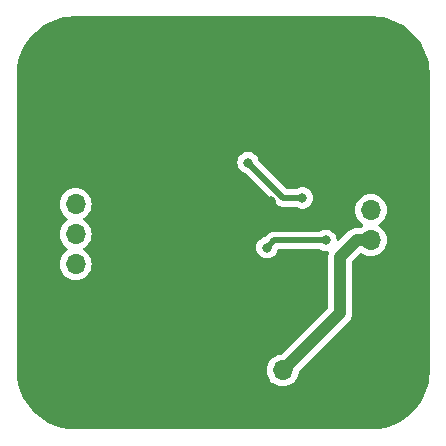
<source format=gbr>
%TF.GenerationSoftware,KiCad,Pcbnew,8.0.1*%
%TF.CreationDate,2024-11-19T12:42:29-08:00*%
%TF.ProjectId,DuplexUARTtoHalf,4475706c-6578-4554-9152-54746f48616c,rev?*%
%TF.SameCoordinates,Original*%
%TF.FileFunction,Copper,L2,Bot*%
%TF.FilePolarity,Positive*%
%FSLAX46Y46*%
G04 Gerber Fmt 4.6, Leading zero omitted, Abs format (unit mm)*
G04 Created by KiCad (PCBNEW 8.0.1) date 2024-11-19 12:42:29*
%MOMM*%
%LPD*%
G01*
G04 APERTURE LIST*
%TA.AperFunction,ComponentPad*%
%ADD10R,1.700000X1.700000*%
%TD*%
%TA.AperFunction,ComponentPad*%
%ADD11O,1.700000X1.700000*%
%TD*%
%TA.AperFunction,ComponentPad*%
%ADD12C,5.600000*%
%TD*%
%TA.AperFunction,ViaPad*%
%ADD13C,0.800000*%
%TD*%
%TA.AperFunction,Conductor*%
%ADD14C,0.500000*%
%TD*%
%TA.AperFunction,Conductor*%
%ADD15C,0.800000*%
%TD*%
%TA.AperFunction,Conductor*%
%ADD16C,1.000000*%
%TD*%
G04 APERTURE END LIST*
D10*
%TO.P,J7,1,Pin_1*%
%TO.N,GND*%
X170000000Y-91500000D03*
D11*
%TO.P,J7,2,Pin_2*%
%TO.N,/V_{SERVO}*%
X170000000Y-88960000D03*
%TO.P,J7,3,Pin_3*%
%TO.N,Net-(J7-Pin_3)*%
X170000000Y-86420000D03*
%TD*%
D10*
%TO.P,J6,1,Pin_1*%
%TO.N,GND*%
X160000000Y-100000000D03*
D11*
%TO.P,J6,2,Pin_2*%
%TO.N,/V_{SERVO}*%
X162540000Y-100000000D03*
%TD*%
D10*
%TO.P,J5,1,Pin_1*%
%TO.N,GND*%
X145000000Y-83380000D03*
D11*
%TO.P,J5,2,Pin_2*%
%TO.N,Net-(J5-Pin_2)*%
X145000000Y-85920000D03*
%TO.P,J5,3,Pin_3*%
%TO.N,Net-(J5-Pin_3)*%
X145000000Y-88460000D03*
%TO.P,J5,4,Pin_4*%
%TO.N,Net-(J5-Pin_4)*%
X145000000Y-91000000D03*
%TD*%
D12*
%TO.P,J4,1,Pin_1*%
%TO.N,GND*%
X170000000Y-75000000D03*
%TD*%
%TO.P,J3,1,Pin_1*%
%TO.N,GND*%
X170000000Y-100000000D03*
%TD*%
%TO.P,J2,1,Pin_1*%
%TO.N,GND*%
X145000000Y-100000000D03*
%TD*%
%TO.P,J1,1,Pin_1*%
%TO.N,GND*%
X145000000Y-75000000D03*
%TD*%
D13*
%TO.N,GND*%
X166800000Y-81200000D03*
X151600000Y-83200000D03*
X155000000Y-83600000D03*
X150800000Y-88600000D03*
%TO.N,+3.3V*%
X161200000Y-89600000D03*
X166200000Y-89000000D03*
%TO.N,/TX_{EN}*%
X164200000Y-85400000D03*
X159600000Y-82400000D03*
%TO.N,GND*%
X156600000Y-87900000D03*
X161575000Y-85625000D03*
X163800000Y-76400000D03*
X161600000Y-78000000D03*
%TD*%
D14*
%TO.N,+3.3V*%
X161800000Y-89000000D02*
X161200000Y-89600000D01*
X166200000Y-89000000D02*
X161800000Y-89000000D01*
%TO.N,/TX_{EN}*%
X162600000Y-85400000D02*
X159600000Y-82400000D01*
X164200000Y-85400000D02*
X162600000Y-85400000D01*
D15*
%TO.N,GND*%
X158200000Y-81400000D02*
X161600000Y-78000000D01*
X158200000Y-83600000D02*
X158200000Y-81400000D01*
X160225000Y-85625000D02*
X158200000Y-83600000D01*
X161575000Y-85625000D02*
X160225000Y-85625000D01*
X159300000Y-87900000D02*
X161575000Y-85625000D01*
X156600000Y-87900000D02*
X159300000Y-87900000D01*
X162200000Y-78000000D02*
X163800000Y-76400000D01*
X161600000Y-78000000D02*
X162200000Y-78000000D01*
D16*
%TO.N,/V_{SERVO}*%
X167400000Y-90357919D02*
X168797919Y-88960000D01*
X168797919Y-88960000D02*
X170000000Y-88960000D01*
X167400000Y-95140000D02*
X167400000Y-90357919D01*
X162540000Y-100000000D02*
X167400000Y-95140000D01*
%TD*%
%TA.AperFunction,Conductor*%
%TO.N,GND*%
G36*
X170000641Y-70000006D02*
G01*
X170213481Y-70002328D01*
X170222915Y-70002792D01*
X170647552Y-70039943D01*
X170658270Y-70041354D01*
X171077393Y-70115256D01*
X171087921Y-70117590D01*
X171499033Y-70227747D01*
X171509322Y-70230992D01*
X171909255Y-70376555D01*
X171919221Y-70380683D01*
X172304942Y-70560547D01*
X172314528Y-70565538D01*
X172683088Y-70778326D01*
X172692207Y-70784135D01*
X173040820Y-71028237D01*
X173049402Y-71034822D01*
X173375420Y-71308383D01*
X173383395Y-71315692D01*
X173684307Y-71616604D01*
X173691616Y-71624579D01*
X173965177Y-71950597D01*
X173971762Y-71959179D01*
X174215864Y-72307792D01*
X174221676Y-72316916D01*
X174434459Y-72685467D01*
X174439454Y-72695062D01*
X174619310Y-73080764D01*
X174623450Y-73090759D01*
X174769003Y-73490664D01*
X174772256Y-73500980D01*
X174882405Y-73912061D01*
X174884746Y-73922623D01*
X174958644Y-74341725D01*
X174960056Y-74352450D01*
X174997206Y-74777073D01*
X174997671Y-74786527D01*
X174999993Y-74999357D01*
X175000000Y-75000710D01*
X175000000Y-99999289D01*
X174999993Y-100000642D01*
X174997671Y-100213472D01*
X174997206Y-100222926D01*
X174960056Y-100647549D01*
X174958644Y-100658274D01*
X174884746Y-101077376D01*
X174882405Y-101087938D01*
X174772256Y-101499019D01*
X174769003Y-101509335D01*
X174623450Y-101909240D01*
X174619310Y-101919235D01*
X174439454Y-102304937D01*
X174434459Y-102314532D01*
X174221676Y-102683083D01*
X174215864Y-102692207D01*
X173971762Y-103040820D01*
X173965177Y-103049402D01*
X173691616Y-103375420D01*
X173684307Y-103383395D01*
X173383395Y-103684307D01*
X173375420Y-103691616D01*
X173049402Y-103965177D01*
X173040820Y-103971762D01*
X172692207Y-104215864D01*
X172683083Y-104221676D01*
X172314532Y-104434459D01*
X172304937Y-104439454D01*
X171919235Y-104619310D01*
X171909240Y-104623450D01*
X171509335Y-104769003D01*
X171499019Y-104772256D01*
X171087938Y-104882405D01*
X171077376Y-104884746D01*
X170658274Y-104958644D01*
X170647549Y-104960056D01*
X170222926Y-104997206D01*
X170213472Y-104997671D01*
X170005455Y-104999940D01*
X170000640Y-104999993D01*
X169999290Y-105000000D01*
X145000710Y-105000000D01*
X144999359Y-104999993D01*
X144994454Y-104999939D01*
X144786527Y-104997671D01*
X144777073Y-104997206D01*
X144352450Y-104960056D01*
X144341725Y-104958644D01*
X143922623Y-104884746D01*
X143912061Y-104882405D01*
X143500980Y-104772256D01*
X143490664Y-104769003D01*
X143090759Y-104623450D01*
X143080764Y-104619310D01*
X142695062Y-104439454D01*
X142685467Y-104434459D01*
X142316916Y-104221676D01*
X142307792Y-104215864D01*
X141959179Y-103971762D01*
X141950597Y-103965177D01*
X141624579Y-103691616D01*
X141616604Y-103684307D01*
X141315692Y-103383395D01*
X141308383Y-103375420D01*
X141034822Y-103049402D01*
X141028237Y-103040820D01*
X140784135Y-102692207D01*
X140778323Y-102683083D01*
X140565540Y-102314532D01*
X140560545Y-102304937D01*
X140380683Y-101919221D01*
X140376555Y-101909255D01*
X140230992Y-101509322D01*
X140227747Y-101499033D01*
X140117590Y-101087921D01*
X140115256Y-101077393D01*
X140041354Y-100658270D01*
X140039943Y-100647549D01*
X140023854Y-100463655D01*
X140002792Y-100222915D01*
X140002328Y-100213471D01*
X140000007Y-100000641D01*
X140000000Y-99999289D01*
X140000000Y-91000000D01*
X143644341Y-91000000D01*
X143664936Y-91235403D01*
X143664938Y-91235413D01*
X143726094Y-91463655D01*
X143726096Y-91463659D01*
X143726097Y-91463663D01*
X143825965Y-91677830D01*
X143825967Y-91677834D01*
X143934281Y-91832521D01*
X143961505Y-91871401D01*
X144128599Y-92038495D01*
X144225384Y-92106265D01*
X144322165Y-92174032D01*
X144322167Y-92174033D01*
X144322170Y-92174035D01*
X144536337Y-92273903D01*
X144764592Y-92335063D01*
X144952918Y-92351539D01*
X144999999Y-92355659D01*
X145000000Y-92355659D01*
X145000001Y-92355659D01*
X145039234Y-92352226D01*
X145235408Y-92335063D01*
X145463663Y-92273903D01*
X145677830Y-92174035D01*
X145871401Y-92038495D01*
X146038495Y-91871401D01*
X146174035Y-91677830D01*
X146273903Y-91463663D01*
X146335063Y-91235408D01*
X146355659Y-91000000D01*
X146335063Y-90764592D01*
X146273903Y-90536337D01*
X146174035Y-90322171D01*
X146169476Y-90315659D01*
X146038494Y-90128597D01*
X145871402Y-89961506D01*
X145871396Y-89961501D01*
X145685842Y-89831575D01*
X145642217Y-89776998D01*
X145635023Y-89707500D01*
X145666546Y-89645145D01*
X145685842Y-89628425D01*
X145726437Y-89600000D01*
X160294540Y-89600000D01*
X160314326Y-89788256D01*
X160314327Y-89788259D01*
X160372818Y-89968277D01*
X160372821Y-89968284D01*
X160467467Y-90132216D01*
X160581961Y-90259374D01*
X160594129Y-90272888D01*
X160747265Y-90384148D01*
X160747270Y-90384151D01*
X160920192Y-90461142D01*
X160920197Y-90461144D01*
X161105354Y-90500500D01*
X161105355Y-90500500D01*
X161294644Y-90500500D01*
X161294646Y-90500500D01*
X161479803Y-90461144D01*
X161652730Y-90384151D01*
X161805871Y-90272888D01*
X161932533Y-90132216D01*
X162027179Y-89968284D01*
X162070102Y-89836182D01*
X162109540Y-89778506D01*
X162173898Y-89751308D01*
X162188033Y-89750500D01*
X165660663Y-89750500D01*
X165727702Y-89770185D01*
X165733548Y-89774182D01*
X165747265Y-89784148D01*
X165747270Y-89784151D01*
X165920192Y-89861142D01*
X165920197Y-89861144D01*
X166105354Y-89900500D01*
X166105355Y-89900500D01*
X166294639Y-89900500D01*
X166294646Y-89900500D01*
X166296450Y-89900116D01*
X166297518Y-89900197D01*
X166301103Y-89899821D01*
X166301171Y-89900476D01*
X166366113Y-89905426D01*
X166421850Y-89947557D01*
X166445962Y-90013135D01*
X166438293Y-90059824D01*
X166439717Y-90060256D01*
X166437947Y-90066090D01*
X166418724Y-90162731D01*
X166399500Y-90259374D01*
X166399500Y-94674217D01*
X166379815Y-94741256D01*
X166363181Y-94761898D01*
X162506970Y-98618108D01*
X162445647Y-98651593D01*
X162430098Y-98653955D01*
X162304596Y-98664936D01*
X162304586Y-98664938D01*
X162076344Y-98726094D01*
X162076335Y-98726098D01*
X161862171Y-98825964D01*
X161862169Y-98825965D01*
X161668597Y-98961505D01*
X161501505Y-99128597D01*
X161365965Y-99322169D01*
X161365964Y-99322171D01*
X161266098Y-99536335D01*
X161266094Y-99536344D01*
X161204938Y-99764586D01*
X161204936Y-99764596D01*
X161184341Y-99999999D01*
X161184341Y-100000000D01*
X161204936Y-100235403D01*
X161204938Y-100235413D01*
X161266094Y-100463655D01*
X161266096Y-100463659D01*
X161266097Y-100463663D01*
X161351845Y-100647549D01*
X161365965Y-100677830D01*
X161365967Y-100677834D01*
X161474281Y-100832521D01*
X161501505Y-100871401D01*
X161668599Y-101038495D01*
X161724127Y-101077376D01*
X161862165Y-101174032D01*
X161862167Y-101174033D01*
X161862170Y-101174035D01*
X162076337Y-101273903D01*
X162304592Y-101335063D01*
X162492918Y-101351539D01*
X162539999Y-101355659D01*
X162540000Y-101355659D01*
X162540001Y-101355659D01*
X162579234Y-101352226D01*
X162775408Y-101335063D01*
X163003663Y-101273903D01*
X163217830Y-101174035D01*
X163411401Y-101038495D01*
X163578495Y-100871401D01*
X163714035Y-100677830D01*
X163813903Y-100463663D01*
X163875063Y-100235408D01*
X163886043Y-100109900D01*
X163911495Y-100044833D01*
X163921882Y-100033036D01*
X168037778Y-95917141D01*
X168037782Y-95917139D01*
X168177139Y-95777782D01*
X168286632Y-95613914D01*
X168362051Y-95431835D01*
X168400500Y-95238541D01*
X168400500Y-90823700D01*
X168420185Y-90756661D01*
X168436815Y-90736023D01*
X169081932Y-90090905D01*
X169143253Y-90057422D01*
X169212944Y-90062406D01*
X169240732Y-90077011D01*
X169322170Y-90134035D01*
X169536337Y-90233903D01*
X169764592Y-90295063D01*
X169952918Y-90311539D01*
X169999999Y-90315659D01*
X170000000Y-90315659D01*
X170000001Y-90315659D01*
X170039234Y-90312226D01*
X170235408Y-90295063D01*
X170463663Y-90233903D01*
X170677830Y-90134035D01*
X170871401Y-89998495D01*
X171038495Y-89831401D01*
X171174035Y-89637830D01*
X171273903Y-89423663D01*
X171335063Y-89195408D01*
X171355659Y-88960000D01*
X171335063Y-88724592D01*
X171273903Y-88496337D01*
X171174035Y-88282171D01*
X171151018Y-88249298D01*
X171038494Y-88088597D01*
X170871402Y-87921506D01*
X170871396Y-87921501D01*
X170685842Y-87791575D01*
X170642217Y-87736998D01*
X170635023Y-87667500D01*
X170666546Y-87605145D01*
X170685842Y-87588425D01*
X170708026Y-87572891D01*
X170871401Y-87458495D01*
X171038495Y-87291401D01*
X171174035Y-87097830D01*
X171273903Y-86883663D01*
X171335063Y-86655408D01*
X171355659Y-86420000D01*
X171335063Y-86184592D01*
X171273903Y-85956337D01*
X171174035Y-85742171D01*
X171066266Y-85588259D01*
X171038494Y-85548597D01*
X170871402Y-85381506D01*
X170871395Y-85381501D01*
X170677834Y-85245967D01*
X170677830Y-85245965D01*
X170604434Y-85211740D01*
X170463663Y-85146097D01*
X170463659Y-85146096D01*
X170463655Y-85146094D01*
X170235413Y-85084938D01*
X170235403Y-85084936D01*
X170000001Y-85064341D01*
X169999999Y-85064341D01*
X169764596Y-85084936D01*
X169764586Y-85084938D01*
X169536344Y-85146094D01*
X169536335Y-85146098D01*
X169322171Y-85245964D01*
X169322169Y-85245965D01*
X169128597Y-85381505D01*
X168961505Y-85548597D01*
X168825965Y-85742169D01*
X168825964Y-85742171D01*
X168726098Y-85956335D01*
X168726094Y-85956344D01*
X168664938Y-86184586D01*
X168664936Y-86184596D01*
X168644341Y-86419999D01*
X168644341Y-86420000D01*
X168664936Y-86655403D01*
X168664938Y-86655413D01*
X168726094Y-86883655D01*
X168726096Y-86883659D01*
X168726097Y-86883663D01*
X168821579Y-87088425D01*
X168825965Y-87097830D01*
X168825967Y-87097834D01*
X168961501Y-87291395D01*
X168961506Y-87291402D01*
X169128597Y-87458493D01*
X169128603Y-87458498D01*
X169314158Y-87588425D01*
X169357783Y-87643002D01*
X169364977Y-87712500D01*
X169333454Y-87774855D01*
X169314158Y-87791575D01*
X169128597Y-87921505D01*
X169126922Y-87923181D01*
X169126000Y-87923684D01*
X169124449Y-87924986D01*
X169124187Y-87924674D01*
X169065599Y-87956666D01*
X169039241Y-87959500D01*
X168699374Y-87959500D01*
X168602731Y-87978724D01*
X168506086Y-87997947D01*
X168506080Y-87997949D01*
X168452753Y-88020037D01*
X168452753Y-88020038D01*
X168407234Y-88038892D01*
X168324008Y-88073366D01*
X168323998Y-88073371D01*
X168160138Y-88182859D01*
X168118412Y-88224586D01*
X168020780Y-88322218D01*
X168020777Y-88322221D01*
X167311879Y-89031118D01*
X167250556Y-89064603D01*
X167180864Y-89059619D01*
X167124931Y-89017747D01*
X167100877Y-88956398D01*
X167097799Y-88927111D01*
X167085674Y-88811744D01*
X167027179Y-88631716D01*
X166932533Y-88467784D01*
X166805871Y-88327112D01*
X166805870Y-88327111D01*
X166652734Y-88215851D01*
X166652729Y-88215848D01*
X166479807Y-88138857D01*
X166479802Y-88138855D01*
X166334001Y-88107865D01*
X166294646Y-88099500D01*
X166105354Y-88099500D01*
X166072897Y-88106398D01*
X165920197Y-88138855D01*
X165920192Y-88138857D01*
X165747270Y-88215848D01*
X165747265Y-88215851D01*
X165733548Y-88225818D01*
X165667742Y-88249298D01*
X165660663Y-88249500D01*
X161726080Y-88249500D01*
X161581092Y-88278340D01*
X161581082Y-88278343D01*
X161444509Y-88334913D01*
X161444507Y-88334914D01*
X161404781Y-88361459D01*
X161321581Y-88417050D01*
X161047229Y-88691402D01*
X160985906Y-88724887D01*
X160985330Y-88725011D01*
X160920196Y-88738856D01*
X160920192Y-88738857D01*
X160747270Y-88815848D01*
X160747265Y-88815851D01*
X160594129Y-88927111D01*
X160467466Y-89067785D01*
X160372821Y-89231715D01*
X160372818Y-89231722D01*
X160314327Y-89411740D01*
X160314326Y-89411744D01*
X160294540Y-89600000D01*
X145726437Y-89600000D01*
X145871401Y-89498495D01*
X146038495Y-89331401D01*
X146174035Y-89137830D01*
X146273903Y-88923663D01*
X146335063Y-88695408D01*
X146355659Y-88460000D01*
X146335063Y-88224592D01*
X146274335Y-87997949D01*
X146273905Y-87996344D01*
X146273904Y-87996343D01*
X146273903Y-87996337D01*
X146174035Y-87782171D01*
X146168913Y-87774855D01*
X146038494Y-87588597D01*
X145871402Y-87421506D01*
X145871396Y-87421501D01*
X145685842Y-87291575D01*
X145642217Y-87236998D01*
X145635023Y-87167500D01*
X145666546Y-87105145D01*
X145685842Y-87088425D01*
X145708026Y-87072891D01*
X145871401Y-86958495D01*
X146038495Y-86791401D01*
X146174035Y-86597830D01*
X146273903Y-86383663D01*
X146335063Y-86155408D01*
X146355659Y-85920000D01*
X146335063Y-85684592D01*
X146273903Y-85456337D01*
X146174035Y-85242171D01*
X146106765Y-85146098D01*
X146038494Y-85048597D01*
X145871402Y-84881506D01*
X145871395Y-84881501D01*
X145677834Y-84745967D01*
X145677830Y-84745965D01*
X145637400Y-84727112D01*
X145463663Y-84646097D01*
X145463659Y-84646096D01*
X145463655Y-84646094D01*
X145235413Y-84584938D01*
X145235403Y-84584936D01*
X145000001Y-84564341D01*
X144999999Y-84564341D01*
X144764596Y-84584936D01*
X144764586Y-84584938D01*
X144536344Y-84646094D01*
X144536337Y-84646096D01*
X144536337Y-84646097D01*
X144529039Y-84649500D01*
X144322171Y-84745964D01*
X144322169Y-84745965D01*
X144128597Y-84881505D01*
X143961505Y-85048597D01*
X143825965Y-85242169D01*
X143825964Y-85242171D01*
X143726098Y-85456335D01*
X143726094Y-85456344D01*
X143664938Y-85684586D01*
X143664936Y-85684596D01*
X143644341Y-85919999D01*
X143644341Y-85920000D01*
X143664936Y-86155403D01*
X143664938Y-86155413D01*
X143726094Y-86383655D01*
X143726096Y-86383659D01*
X143726097Y-86383663D01*
X143825965Y-86597830D01*
X143825967Y-86597834D01*
X143961501Y-86791395D01*
X143961506Y-86791402D01*
X144128597Y-86958493D01*
X144128603Y-86958498D01*
X144314158Y-87088425D01*
X144357783Y-87143002D01*
X144364977Y-87212500D01*
X144333454Y-87274855D01*
X144314158Y-87291575D01*
X144128597Y-87421505D01*
X143961505Y-87588597D01*
X143825965Y-87782169D01*
X143825964Y-87782171D01*
X143726098Y-87996335D01*
X143726094Y-87996344D01*
X143664938Y-88224586D01*
X143664936Y-88224596D01*
X143644341Y-88459999D01*
X143644341Y-88460000D01*
X143664936Y-88695403D01*
X143664938Y-88695413D01*
X143726094Y-88923655D01*
X143726096Y-88923659D01*
X143726097Y-88923663D01*
X143825965Y-89137830D01*
X143825967Y-89137834D01*
X143961501Y-89331395D01*
X143961506Y-89331402D01*
X144128597Y-89498493D01*
X144128603Y-89498498D01*
X144314158Y-89628425D01*
X144357783Y-89683002D01*
X144364977Y-89752500D01*
X144333454Y-89814855D01*
X144314158Y-89831575D01*
X144128597Y-89961505D01*
X143961505Y-90128597D01*
X143825965Y-90322169D01*
X143825964Y-90322171D01*
X143726098Y-90536335D01*
X143726094Y-90536344D01*
X143664938Y-90764586D01*
X143664936Y-90764596D01*
X143644341Y-90999999D01*
X143644341Y-91000000D01*
X140000000Y-91000000D01*
X140000000Y-82400000D01*
X158694540Y-82400000D01*
X158714326Y-82588256D01*
X158714327Y-82588259D01*
X158772818Y-82768277D01*
X158772821Y-82768284D01*
X158867467Y-82932216D01*
X158994129Y-83072888D01*
X159147265Y-83184148D01*
X159147270Y-83184151D01*
X159320191Y-83261142D01*
X159320193Y-83261142D01*
X159320197Y-83261144D01*
X159385329Y-83274987D01*
X159446809Y-83308178D01*
X159447228Y-83308596D01*
X160751814Y-84613181D01*
X162017049Y-85878416D01*
X162121584Y-85982951D01*
X162121587Y-85982953D01*
X162121588Y-85982954D01*
X162244494Y-86065077D01*
X162244496Y-86065078D01*
X162244505Y-86065084D01*
X162263346Y-86072888D01*
X162381088Y-86121659D01*
X162497241Y-86144763D01*
X162516468Y-86148587D01*
X162526081Y-86150500D01*
X162526082Y-86150500D01*
X162526083Y-86150500D01*
X162673918Y-86150500D01*
X163660663Y-86150500D01*
X163727702Y-86170185D01*
X163733548Y-86174182D01*
X163747265Y-86184148D01*
X163747270Y-86184151D01*
X163920192Y-86261142D01*
X163920197Y-86261144D01*
X164105354Y-86300500D01*
X164105355Y-86300500D01*
X164294644Y-86300500D01*
X164294646Y-86300500D01*
X164479803Y-86261144D01*
X164652730Y-86184151D01*
X164805871Y-86072888D01*
X164932533Y-85932216D01*
X165027179Y-85768284D01*
X165085674Y-85588256D01*
X165105460Y-85400000D01*
X165085674Y-85211744D01*
X165027179Y-85031716D01*
X164932533Y-84867784D01*
X164805871Y-84727112D01*
X164805870Y-84727111D01*
X164652734Y-84615851D01*
X164652729Y-84615848D01*
X164479807Y-84538857D01*
X164479802Y-84538855D01*
X164334001Y-84507865D01*
X164294646Y-84499500D01*
X164105354Y-84499500D01*
X164072897Y-84506398D01*
X163920197Y-84538855D01*
X163920192Y-84538857D01*
X163747270Y-84615848D01*
X163747265Y-84615851D01*
X163733548Y-84625818D01*
X163667742Y-84649298D01*
X163660663Y-84649500D01*
X162962229Y-84649500D01*
X162895190Y-84629815D01*
X162874548Y-84613181D01*
X160512770Y-82251402D01*
X160482521Y-82202041D01*
X160427179Y-82031716D01*
X160332533Y-81867784D01*
X160205871Y-81727112D01*
X160205870Y-81727111D01*
X160052734Y-81615851D01*
X160052729Y-81615848D01*
X159879807Y-81538857D01*
X159879802Y-81538855D01*
X159734001Y-81507865D01*
X159694646Y-81499500D01*
X159505354Y-81499500D01*
X159472897Y-81506398D01*
X159320197Y-81538855D01*
X159320192Y-81538857D01*
X159147270Y-81615848D01*
X159147265Y-81615851D01*
X158994129Y-81727111D01*
X158867466Y-81867785D01*
X158772821Y-82031715D01*
X158772818Y-82031722D01*
X158717479Y-82202039D01*
X158714326Y-82211744D01*
X158694540Y-82400000D01*
X140000000Y-82400000D01*
X140000000Y-75000710D01*
X140000007Y-74999358D01*
X140002328Y-74786528D01*
X140002793Y-74777073D01*
X140039943Y-74352450D01*
X140041355Y-74341725D01*
X140115257Y-73922602D01*
X140117589Y-73912083D01*
X140227749Y-73500959D01*
X140230989Y-73490683D01*
X140376558Y-73090736D01*
X140380679Y-73080786D01*
X140560552Y-72695047D01*
X140565532Y-72685480D01*
X140778332Y-72316900D01*
X140784125Y-72307806D01*
X141028246Y-71959165D01*
X141034812Y-71950609D01*
X141308394Y-71624566D01*
X141315681Y-71616615D01*
X141616615Y-71315681D01*
X141624566Y-71308394D01*
X141950609Y-71034812D01*
X141959165Y-71028246D01*
X142307806Y-70784125D01*
X142316900Y-70778332D01*
X142685480Y-70565532D01*
X142695047Y-70560552D01*
X143080786Y-70380679D01*
X143090736Y-70376558D01*
X143490683Y-70230989D01*
X143500959Y-70227749D01*
X143912083Y-70117589D01*
X143922602Y-70115257D01*
X144341732Y-70041353D01*
X144352444Y-70039943D01*
X144777085Y-70002792D01*
X144786517Y-70002328D01*
X144999358Y-70000006D01*
X145000710Y-70000000D01*
X169999290Y-70000000D01*
X170000641Y-70000006D01*
G37*
%TD.AperFunction*%
%TD*%
M02*

</source>
